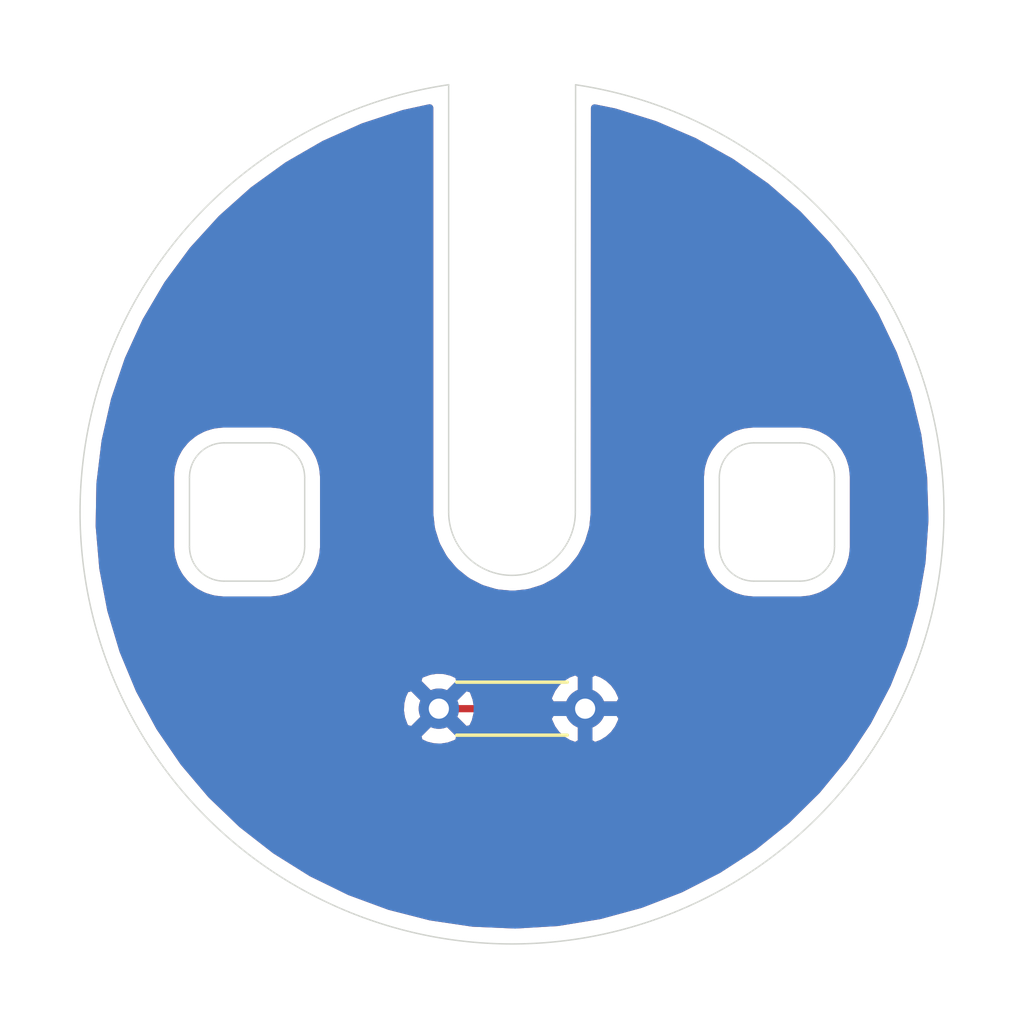
<source format=kicad_pcb>
(kicad_pcb (version 20171130) (host pcbnew "(5.1.9)-1")

  (general
    (thickness 1.6)
    (drawings 20)
    (tracks 1)
    (zones 0)
    (modules 1)
    (nets 2)
  )

  (page A4)
  (layers
    (0 F.Cu signal)
    (31 B.Cu signal)
    (32 B.Adhes user)
    (33 F.Adhes user)
    (34 B.Paste user)
    (35 F.Paste user)
    (36 B.SilkS user)
    (37 F.SilkS user)
    (38 B.Mask user)
    (39 F.Mask user)
    (40 Dwgs.User user)
    (41 Cmts.User user)
    (42 Eco1.User user)
    (43 Eco2.User user)
    (44 Edge.Cuts user)
    (45 Margin user)
    (46 B.CrtYd user)
    (47 F.CrtYd user)
    (48 B.Fab user)
    (49 F.Fab user)
  )

  (setup
    (last_trace_width 0.25)
    (trace_clearance 0.2)
    (zone_clearance 0.508)
    (zone_45_only no)
    (trace_min 0.2)
    (via_size 0.8)
    (via_drill 0.4)
    (via_min_size 0.4)
    (via_min_drill 0.3)
    (uvia_size 0.3)
    (uvia_drill 0.1)
    (uvias_allowed no)
    (uvia_min_size 0.2)
    (uvia_min_drill 0.1)
    (edge_width 0.05)
    (segment_width 0.2)
    (pcb_text_width 0.3)
    (pcb_text_size 1.5 1.5)
    (mod_edge_width 0.12)
    (mod_text_size 1 1)
    (mod_text_width 0.15)
    (pad_size 1.524 1.524)
    (pad_drill 0.762)
    (pad_to_mask_clearance 0)
    (aux_axis_origin 0 0)
    (visible_elements 7FFFFFFF)
    (pcbplotparams
      (layerselection 0x010fc_ffffffff)
      (usegerberextensions false)
      (usegerberattributes true)
      (usegerberadvancedattributes true)
      (creategerberjobfile true)
      (excludeedgelayer true)
      (linewidth 0.100000)
      (plotframeref false)
      (viasonmask false)
      (mode 1)
      (useauxorigin false)
      (hpglpennumber 1)
      (hpglpenspeed 20)
      (hpglpendiameter 15.000000)
      (psnegative false)
      (psa4output false)
      (plotreference true)
      (plotvalue true)
      (plotinvisibletext false)
      (padsonsilk false)
      (subtractmaskfromsilk false)
      (outputformat 1)
      (mirror false)
      (drillshape 1)
      (scaleselection 1)
      (outputdirectory ""))
  )

  (net 0 "")
  (net 1 GND)

  (net_class Default "This is the default net class."
    (clearance 0.2)
    (trace_width 0.25)
    (via_dia 0.8)
    (via_drill 0.4)
    (uvia_dia 0.3)
    (uvia_drill 0.1)
    (add_net GND)
  )

  (module Resistor_THT:R_Axial_DIN0204_L3.6mm_D1.6mm_P5.08mm_Horizontal (layer F.Cu) (tedit 5AE5139B) (tstamp 62EFE8F6)
    (at -2.54 6.83)
    (descr "Resistor, Axial_DIN0204 series, Axial, Horizontal, pin pitch=5.08mm, 0.167W, length*diameter=3.6*1.6mm^2, http://cdn-reichelt.de/documents/datenblatt/B400/1_4W%23YAG.pdf")
    (tags "Resistor Axial_DIN0204 series Axial Horizontal pin pitch 5.08mm 0.167W length 3.6mm diameter 1.6mm")
    (path /62EF8CCF)
    (fp_text reference R0 (at 2.54 -1.92) (layer F.SilkS) hide
      (effects (font (size 1 1) (thickness 0.15)))
    )
    (fp_text value " " (at 2.54 1.92) (layer F.Fab)
      (effects (font (size 1 1) (thickness 0.15)))
    )
    (fp_line (start 6.03 -1.05) (end -0.95 -1.05) (layer F.CrtYd) (width 0.05))
    (fp_line (start 6.03 1.05) (end 6.03 -1.05) (layer F.CrtYd) (width 0.05))
    (fp_line (start -0.95 1.05) (end 6.03 1.05) (layer F.CrtYd) (width 0.05))
    (fp_line (start -0.95 -1.05) (end -0.95 1.05) (layer F.CrtYd) (width 0.05))
    (fp_line (start 0.62 0.92) (end 4.46 0.92) (layer F.SilkS) (width 0.12))
    (fp_line (start 0.62 -0.92) (end 4.46 -0.92) (layer F.SilkS) (width 0.12))
    (fp_line (start 5.08 0) (end 4.34 0) (layer F.Fab) (width 0.1))
    (fp_line (start 0 0) (end 0.74 0) (layer F.Fab) (width 0.1))
    (fp_line (start 4.34 -0.8) (end 0.74 -0.8) (layer F.Fab) (width 0.1))
    (fp_line (start 4.34 0.8) (end 4.34 -0.8) (layer F.Fab) (width 0.1))
    (fp_line (start 0.74 0.8) (end 4.34 0.8) (layer F.Fab) (width 0.1))
    (fp_line (start 0.74 -0.8) (end 0.74 0.8) (layer F.Fab) (width 0.1))
    (fp_text user %R (at 2.54 0) (layer F.Fab)
      (effects (font (size 0.72 0.72) (thickness 0.108)))
    )
    (pad 1 thru_hole circle (at 0 0) (size 1.4 1.4) (drill 0.7) (layers *.Cu *.Mask)
      (net 1 GND))
    (pad 2 thru_hole oval (at 5.08 0) (size 1.4 1.4) (drill 0.7) (layers *.Cu *.Mask)
      (net 1 GND))
    (model ${KISYS3DMOD}/Resistor_THT.3dshapes/R_Axial_DIN0204_L3.6mm_D1.6mm_P5.08mm_Horizontal.wrl
      (at (xyz 0 0 0))
      (scale (xyz 1 1 1))
      (rotate (xyz 0 0 0))
    )
  )

  (gr_arc (start 8.4 1.2) (end 8.4 2.4) (angle 90) (layer Edge.Cuts) (width 0.05))
  (gr_line (start 10 2.4) (end 8.4 2.4) (layer Edge.Cuts) (width 0.05))
  (gr_arc (start 10 1.2) (end 11.2 1.2) (angle 90) (layer Edge.Cuts) (width 0.05))
  (gr_line (start 11.2 -1.2) (end 11.2 1.2) (layer Edge.Cuts) (width 0.05))
  (gr_arc (start 10 -1.2) (end 10 -2.4) (angle 90) (layer Edge.Cuts) (width 0.05))
  (gr_line (start 8.4 -2.4) (end 10 -2.4) (layer Edge.Cuts) (width 0.05))
  (gr_arc (start 8.4 -1.2) (end 7.2 -1.2) (angle 90) (layer Edge.Cuts) (width 0.05))
  (gr_line (start 7.2 1.2) (end 7.2 -1.2) (layer Edge.Cuts) (width 0.05))
  (gr_arc (start -10 1.2) (end -10 2.4) (angle 90) (layer Edge.Cuts) (width 0.05))
  (gr_line (start -8.4 2.4) (end -10 2.4) (layer Edge.Cuts) (width 0.05))
  (gr_arc (start -8.4 1.2) (end -7.2 1.2) (angle 90) (layer Edge.Cuts) (width 0.05))
  (gr_arc (start -8.4 -1.2) (end -8.4 -2.4) (angle 90) (layer Edge.Cuts) (width 0.05))
  (gr_line (start -10 -2.4) (end -8.4 -2.4) (layer Edge.Cuts) (width 0.05))
  (gr_arc (start -10 -1.2) (end -11.2 -1.2) (angle 90) (layer Edge.Cuts) (width 0.05))
  (gr_line (start -7.2 1.2) (end -7.2 -1.2) (layer Edge.Cuts) (width 0.05))
  (gr_line (start -11.2 1.2) (end -11.2 -1.2) (layer Edge.Cuts) (width 0.05))
  (gr_arc (start 0 0) (end -2.2 -14.8378) (angle -343.1) (layer Edge.Cuts) (width 0.05))
  (gr_line (start 2.2 0) (end 2.20839 -14.83655) (layer Edge.Cuts) (width 0.05))
  (gr_line (start -2.2 0) (end -2.2 -14.8378) (layer Edge.Cuts) (width 0.05))
  (gr_arc (start 0 0) (end -2.2 0) (angle -180) (layer Edge.Cuts) (width 0.05))

  (segment (start -2.54 6.83) (end 2.54 6.83) (width 0.25) (layer F.Cu) (net 1))

  (zone (net 1) (net_name GND) (layer F.Cu) (tstamp 0) (hatch edge 0.508)
    (connect_pads (clearance 0.508))
    (min_thickness 0.254)
    (fill yes (arc_segments 32) (thermal_gap 0.508) (thermal_bridge_width 0.508))
    (polygon
      (pts
        (xy 17.78 17.78) (xy -17.78 17.78) (xy -17.78 -17.78) (xy 17.78 -17.78)
      )
    )
    (filled_polygon
      (pts
        (xy -2.86 0.032418) (xy -2.859774 0.03471) (xy -2.85977 0.035315) (xy -2.858889 0.043694) (xy -2.856636 0.066574)
        (xy -2.856636 0.095122) (xy -2.855673 0.104287) (xy -2.807812 0.530976) (xy -2.795378 0.589473) (xy -2.783756 0.648167)
        (xy -2.781031 0.65697) (xy -2.651204 1.066236) (xy -2.627653 1.121183) (xy -2.604844 1.176524) (xy -2.600462 1.184625)
        (xy -2.60046 1.18463) (xy -2.600457 1.184634) (xy -2.393612 1.560885) (xy -2.359813 1.610248) (xy -2.326713 1.660067)
        (xy -2.320839 1.667167) (xy -2.044848 1.99608) (xy -2.002101 2.037941) (xy -1.959959 2.080379) (xy -1.952823 2.086198)
        (xy -1.952817 2.086204) (xy -1.95281 2.086208) (xy -1.618197 2.355244) (xy -1.568152 2.387992) (xy -1.518551 2.421449)
        (xy -1.510415 2.425775) (xy -1.129911 2.624698) (xy -1.074451 2.647105) (xy -1.019303 2.670288) (xy -1.010481 2.672951)
        (xy -0.598585 2.794179) (xy -0.539837 2.805385) (xy -0.481227 2.817417) (xy -0.472056 2.818316) (xy -0.044458 2.85723)
        (xy 0.015359 2.856812) (xy 0.075175 2.85723) (xy 0.084347 2.856331) (xy 0.511359 2.811451) (xy 0.569995 2.799415)
        (xy 0.628717 2.788213) (xy 0.637539 2.78555) (xy 1.047702 2.658583) (xy 1.102842 2.635404) (xy 1.158309 2.612994)
        (xy 1.166446 2.608667) (xy 1.544136 2.404451) (xy 1.59372 2.371006) (xy 1.643783 2.338246) (xy 1.650924 2.332422)
        (xy 1.981756 2.058734) (xy 2.023913 2.016282) (xy 2.066646 1.974435) (xy 2.07252 1.967334) (xy 2.343891 1.6346)
        (xy 2.376995 1.584773) (xy 2.41079 1.535418) (xy 2.415173 1.527312) (xy 2.57197 1.232418) (xy 6.54 1.232418)
        (xy 6.542797 1.260813) (xy 6.542745 1.268197) (xy 6.543645 1.277368) (xy 6.568126 1.510284) (xy 6.580146 1.568841)
        (xy 6.591362 1.627638) (xy 6.594026 1.63646) (xy 6.66328 1.860186) (xy 6.68646 1.915329) (xy 6.70887 1.970796)
        (xy 6.713197 1.978933) (xy 6.824588 2.184944) (xy 6.85801 2.234493) (xy 6.890791 2.284589) (xy 6.896616 2.29173)
        (xy 7.045899 2.472184) (xy 7.088355 2.514345) (xy 7.1302 2.557075) (xy 7.1373 2.562949) (xy 7.318791 2.710969)
        (xy 7.368595 2.744058) (xy 7.417973 2.777868) (xy 7.426079 2.78225) (xy 7.632865 2.892201) (xy 7.688166 2.914994)
        (xy 7.743151 2.938561) (xy 7.751955 2.941286) (xy 7.976158 3.008977) (xy 8.034846 3.020597) (xy 8.093349 3.033033)
        (xy 8.102514 3.033996) (xy 8.335595 3.05685) (xy 8.335598 3.05685) (xy 8.367581 3.06) (xy 10.032419 3.06)
        (xy 10.060814 3.057203) (xy 10.068197 3.057255) (xy 10.077368 3.056355) (xy 10.310284 3.031874) (xy 10.368841 3.019854)
        (xy 10.427638 3.008638) (xy 10.43646 3.005974) (xy 10.660186 2.93672) (xy 10.715329 2.91354) (xy 10.770796 2.89113)
        (xy 10.778933 2.886803) (xy 10.984944 2.775412) (xy 11.034493 2.74199) (xy 11.084589 2.709209) (xy 11.09173 2.703384)
        (xy 11.272184 2.554101) (xy 11.314345 2.511645) (xy 11.357075 2.4698) (xy 11.362949 2.4627) (xy 11.510969 2.281209)
        (xy 11.544058 2.231405) (xy 11.577868 2.182027) (xy 11.58225 2.173921) (xy 11.692201 1.967135) (xy 11.714994 1.911834)
        (xy 11.738561 1.856849) (xy 11.741286 1.848045) (xy 11.808977 1.623842) (xy 11.820597 1.565154) (xy 11.833033 1.506651)
        (xy 11.833996 1.497486) (xy 11.85685 1.264405) (xy 11.85685 1.264402) (xy 11.86 1.232419) (xy 11.86 -1.232419)
        (xy 11.857203 -1.260814) (xy 11.857255 -1.268197) (xy 11.856355 -1.277368) (xy 11.831874 -1.510284) (xy 11.819854 -1.568841)
        (xy 11.808638 -1.627638) (xy 11.805974 -1.63646) (xy 11.73672 -1.860185) (xy 11.713551 -1.915302) (xy 11.69113 -1.970797)
        (xy 11.686803 -1.978933) (xy 11.575412 -2.184945) (xy 11.541978 -2.234511) (xy 11.509209 -2.284589) (xy 11.503384 -2.29173)
        (xy 11.3541 -2.472184) (xy 11.311666 -2.514323) (xy 11.2698 -2.557076) (xy 11.262705 -2.562944) (xy 11.262701 -2.562948)
        (xy 11.262697 -2.562951) (xy 11.081209 -2.710969) (xy 11.0314 -2.744061) (xy 10.982028 -2.777868) (xy 10.973924 -2.782249)
        (xy 10.973916 -2.782253) (xy 10.767135 -2.8922) (xy 10.711867 -2.91498) (xy 10.656849 -2.938561) (xy 10.648046 -2.941286)
        (xy 10.423842 -3.008977) (xy 10.365148 -3.020599) (xy 10.306651 -3.033033) (xy 10.297487 -3.033996) (xy 10.064405 -3.05685)
        (xy 10.064402 -3.05685) (xy 10.032419 -3.06) (xy 8.367581 -3.06) (xy 8.339186 -3.057203) (xy 8.331803 -3.057255)
        (xy 8.322632 -3.056355) (xy 8.089716 -3.031874) (xy 8.031159 -3.019854) (xy 7.972362 -3.008638) (xy 7.96354 -3.005974)
        (xy 7.739815 -2.93672) (xy 7.684698 -2.913551) (xy 7.629203 -2.89113) (xy 7.621067 -2.886803) (xy 7.415055 -2.775412)
        (xy 7.365489 -2.741978) (xy 7.315411 -2.709209) (xy 7.30827 -2.703384) (xy 7.127816 -2.5541) (xy 7.085677 -2.511666)
        (xy 7.042924 -2.4698) (xy 7.037056 -2.462705) (xy 7.037052 -2.462701) (xy 7.037051 -2.462699) (xy 6.889031 -2.281209)
        (xy 6.855939 -2.2314) (xy 6.822132 -2.182028) (xy 6.817751 -2.173924) (xy 6.817751 -2.173922) (xy 6.81775 -2.173921)
        (xy 6.7078 -1.967135) (xy 6.68502 -1.911867) (xy 6.661439 -1.856849) (xy 6.658714 -1.848046) (xy 6.591023 -1.623842)
        (xy 6.579401 -1.565148) (xy 6.566967 -1.506651) (xy 6.566004 -1.497487) (xy 6.54315 -1.264405) (xy 6.54315 -1.264392)
        (xy 6.540001 -1.232419) (xy 6.54 1.232418) (xy 2.57197 1.232418) (xy 2.616747 1.148206) (xy 2.639546 1.092891)
        (xy 2.663107 1.037919) (xy 2.665832 1.029116) (xy 2.789932 0.618077) (xy 2.801554 0.559383) (xy 2.813988 0.500886)
        (xy 2.814951 0.491721) (xy 2.85685 0.064405) (xy 2.85685 0.064398) (xy 2.859981 0.032792) (xy 2.867934 -14.03005)
        (xy 3.5578 -13.890746) (xy 4.966826 -13.451446) (xy 6.323219 -12.869642) (xy 7.612635 -12.151483) (xy 8.821383 -11.3046)
        (xy 9.936685 -10.337942) (xy 10.946709 -9.261766) (xy 11.840766 -8.087459) (xy 12.609376 -6.827473) (xy 13.244393 -5.495162)
        (xy 13.739097 -4.104629) (xy 14.088244 -2.670607) (xy 14.288135 -1.208292) (xy 14.336652 0.266817) (xy 14.233281 1.739103)
        (xy 13.979117 3.192966) (xy 13.576855 4.613) (xy 13.030752 5.984168) (xy 12.346596 7.291938) (xy 11.531639 8.522444)
        (xy 10.594513 9.662664) (xy 9.54514 10.700518) (xy 8.394647 11.625001) (xy 7.155213 12.426331) (xy 5.83998 13.096007)
        (xy 4.462867 13.626943) (xy 3.038481 14.013508) (xy 1.581898 14.25161) (xy 0.10857 14.338723) (xy -1.365932 14.273927)
        (xy -2.825939 14.057911) (xy -4.256021 13.692956) (xy -5.641014 13.182934) (xy -6.966236 12.533249) (xy -8.217656 11.750782)
        (xy -9.382019 10.843823) (xy -10.446987 9.821977) (xy -11.401277 8.696071) (xy -12.047804 7.751269) (xy -3.281664 7.751269)
        (xy -3.222203 7.985037) (xy -2.983758 8.095934) (xy -2.72826 8.158183) (xy -2.465527 8.16939) (xy -2.205656 8.129125)
        (xy -1.958634 8.038935) (xy -1.857797 7.985037) (xy -1.798336 7.751269) (xy -2.54 7.009605) (xy -3.281664 7.751269)
        (xy -12.047804 7.751269) (xy -12.234769 7.478048) (xy -12.545984 6.904473) (xy -3.87939 6.904473) (xy -3.839125 7.164344)
        (xy -3.748935 7.411366) (xy -3.695037 7.512203) (xy -3.461269 7.571664) (xy -2.719605 6.83) (xy -2.360395 6.83)
        (xy -1.618731 7.571664) (xy -1.384963 7.512203) (xy -1.274066 7.273758) (xy -1.247162 7.163329) (xy 1.247284 7.163329)
        (xy 1.279953 7.271044) (xy 1.390208 7.508392) (xy 1.544649 7.71967) (xy 1.73734 7.896759) (xy 1.960877 8.032853)
        (xy 2.20667 8.122722) (xy 2.413 8.000201) (xy 2.413 6.957) (xy 2.667 6.957) (xy 2.667 8.000201)
        (xy 2.87333 8.122722) (xy 3.119123 8.032853) (xy 3.34266 7.896759) (xy 3.535351 7.71967) (xy 3.689792 7.508392)
        (xy 3.800047 7.271044) (xy 3.832716 7.163329) (xy 3.709374 6.957) (xy 2.667 6.957) (xy 2.413 6.957)
        (xy 1.370626 6.957) (xy 1.247284 7.163329) (xy -1.247162 7.163329) (xy -1.211817 7.01826) (xy -1.20061 6.755527)
        (xy -1.240717 6.496671) (xy 1.247284 6.496671) (xy 1.370626 6.703) (xy 2.413 6.703) (xy 2.413 5.659799)
        (xy 2.667 5.659799) (xy 2.667 6.703) (xy 3.709374 6.703) (xy 3.832716 6.496671) (xy 3.800047 6.388956)
        (xy 3.689792 6.151608) (xy 3.535351 5.94033) (xy 3.34266 5.763241) (xy 3.119123 5.627147) (xy 2.87333 5.537278)
        (xy 2.667 5.659799) (xy 2.413 5.659799) (xy 2.20667 5.537278) (xy 1.960877 5.627147) (xy 1.73734 5.763241)
        (xy 1.544649 5.94033) (xy 1.390208 6.151608) (xy 1.279953 6.388956) (xy 1.247284 6.496671) (xy -1.240717 6.496671)
        (xy -1.240875 6.495656) (xy -1.331065 6.248634) (xy -1.384963 6.147797) (xy -1.618731 6.088336) (xy -2.360395 6.83)
        (xy -2.719605 6.83) (xy -3.461269 6.088336) (xy -3.695037 6.147797) (xy -3.805934 6.386242) (xy -3.868183 6.64174)
        (xy -3.87939 6.904473) (xy -12.545984 6.904473) (xy -12.938649 6.180786) (xy -13.051804 5.908731) (xy -3.281664 5.908731)
        (xy -2.54 6.650395) (xy -1.798336 5.908731) (xy -1.857797 5.674963) (xy -2.096242 5.564066) (xy -2.35174 5.501817)
        (xy -2.614473 5.49061) (xy -2.874344 5.530875) (xy -3.121366 5.621065) (xy -3.222203 5.674963) (xy -3.281664 5.908731)
        (xy -13.051804 5.908731) (xy -13.505449 4.818051) (xy -13.929165 3.40428) (xy -14.205316 1.954422) (xy -14.267007 1.232418)
        (xy -11.86 1.232418) (xy -11.857203 1.260813) (xy -11.857255 1.268197) (xy -11.856355 1.277368) (xy -11.831874 1.510284)
        (xy -11.819854 1.568841) (xy -11.808638 1.627638) (xy -11.805974 1.63646) (xy -11.73672 1.860186) (xy -11.71354 1.915329)
        (xy -11.69113 1.970796) (xy -11.686803 1.978933) (xy -11.575412 2.184944) (xy -11.54199 2.234493) (xy -11.509209 2.284589)
        (xy -11.503384 2.29173) (xy -11.354101 2.472184) (xy -11.311645 2.514345) (xy -11.2698 2.557075) (xy -11.2627 2.562949)
        (xy -11.081209 2.710969) (xy -11.031405 2.744058) (xy -10.982027 2.777868) (xy -10.973921 2.78225) (xy -10.767135 2.892201)
        (xy -10.711834 2.914994) (xy -10.656849 2.938561) (xy -10.648045 2.941286) (xy -10.423842 3.008977) (xy -10.365154 3.020597)
        (xy -10.306651 3.033033) (xy -10.297486 3.033996) (xy -10.064405 3.05685) (xy -10.064402 3.05685) (xy -10.032419 3.06)
        (xy -8.367581 3.06) (xy -8.339186 3.057203) (xy -8.331803 3.057255) (xy -8.322632 3.056355) (xy -8.089716 3.031874)
        (xy -8.031159 3.019854) (xy -7.972362 3.008638) (xy -7.96354 3.005974) (xy -7.739814 2.93672) (xy -7.684671 2.91354)
        (xy -7.629204 2.89113) (xy -7.621067 2.886803) (xy -7.415056 2.775412) (xy -7.365507 2.74199) (xy -7.315411 2.709209)
        (xy -7.30827 2.703384) (xy -7.127816 2.554101) (xy -7.085655 2.511645) (xy -7.042925 2.4698) (xy -7.037051 2.4627)
        (xy -6.889031 2.281209) (xy -6.855942 2.231405) (xy -6.822132 2.182027) (xy -6.81775 2.173921) (xy -6.707799 1.967135)
        (xy -6.685006 1.911834) (xy -6.661439 1.856849) (xy -6.658714 1.848045) (xy -6.591023 1.623842) (xy -6.579403 1.565154)
        (xy -6.566967 1.506651) (xy -6.566004 1.497486) (xy -6.54315 1.264405) (xy -6.54315 1.264402) (xy -6.54 1.232419)
        (xy -6.54 -1.232419) (xy -6.542797 -1.260814) (xy -6.542745 -1.268197) (xy -6.543645 -1.277368) (xy -6.568126 -1.510284)
        (xy -6.580146 -1.568841) (xy -6.591362 -1.627638) (xy -6.594026 -1.63646) (xy -6.66328 -1.860185) (xy -6.686449 -1.915302)
        (xy -6.70887 -1.970797) (xy -6.713197 -1.978933) (xy -6.824588 -2.184945) (xy -6.858022 -2.234511) (xy -6.890791 -2.284589)
        (xy -6.896616 -2.29173) (xy -7.0459 -2.472184) (xy -7.088334 -2.514323) (xy -7.1302 -2.557076) (xy -7.137295 -2.562944)
        (xy -7.137299 -2.562948) (xy -7.137303 -2.562951) (xy -7.318791 -2.710969) (xy -7.3686 -2.744061) (xy -7.417972 -2.777868)
        (xy -7.426076 -2.782249) (xy -7.426084 -2.782253) (xy -7.632865 -2.8922) (xy -7.688133 -2.91498) (xy -7.743151 -2.938561)
        (xy -7.751954 -2.941286) (xy -7.976158 -3.008977) (xy -8.034852 -3.020599) (xy -8.093349 -3.033033) (xy -8.102513 -3.033996)
        (xy -8.335595 -3.05685) (xy -8.335598 -3.05685) (xy -8.367581 -3.06) (xy -10.032419 -3.06) (xy -10.060814 -3.057203)
        (xy -10.068197 -3.057255) (xy -10.077368 -3.056355) (xy -10.310284 -3.031874) (xy -10.368841 -3.019854) (xy -10.427638 -3.008638)
        (xy -10.43646 -3.005974) (xy -10.660185 -2.93672) (xy -10.715302 -2.913551) (xy -10.770797 -2.89113) (xy -10.778933 -2.886803)
        (xy -10.984945 -2.775412) (xy -11.034511 -2.741978) (xy -11.084589 -2.709209) (xy -11.09173 -2.703384) (xy -11.272184 -2.5541)
        (xy -11.314323 -2.511666) (xy -11.357076 -2.4698) (xy -11.362944 -2.462705) (xy -11.362948 -2.462701) (xy -11.362949 -2.462699)
        (xy -11.510969 -2.281209) (xy -11.544061 -2.2314) (xy -11.577868 -2.182028) (xy -11.582249 -2.173924) (xy -11.582249 -2.173922)
        (xy -11.58225 -2.173921) (xy -11.6922 -1.967135) (xy -11.71498 -1.911867) (xy -11.738561 -1.856849) (xy -11.741286 -1.848046)
        (xy -11.808977 -1.623842) (xy -11.820599 -1.565148) (xy -11.833033 -1.506651) (xy -11.833996 -1.497487) (xy -11.85685 -1.264405)
        (xy -11.85685 -1.264392) (xy -11.859999 -1.232419) (xy -11.86 1.232418) (xy -14.267007 1.232418) (xy -14.330968 0.483866)
        (xy -14.304792 -0.991811) (xy -14.127067 -2.456979) (xy -13.799675 -3.89612) (xy -13.326082 -5.293989) (xy -12.711308 -6.63577)
        (xy -11.961862 -7.90725) (xy -11.085704 -9.09494) (xy -10.092078 -10.1863) (xy -8.99155 -11.169728) (xy -7.795752 -12.034825)
        (xy -6.517367 -12.772419) (xy -5.169932 -13.374698) (xy -3.767727 -13.83528) (xy -2.859999 -14.032928)
      )
    )
  )
  (zone (net 1) (net_name GND) (layer B.Cu) (tstamp 0) (hatch edge 0.508)
    (connect_pads (clearance 0.508))
    (min_thickness 0.254)
    (fill yes (arc_segments 32) (thermal_gap 0.508) (thermal_bridge_width 0.508))
    (polygon
      (pts
        (xy 17.78 17.78) (xy -17.78 17.78) (xy -17.78 -17.78) (xy 17.78 -17.78)
      )
    )
    (filled_polygon
      (pts
        (xy -2.86 0.032418) (xy -2.859774 0.03471) (xy -2.85977 0.035315) (xy -2.858889 0.043694) (xy -2.856636 0.066574)
        (xy -2.856636 0.095122) (xy -2.855673 0.104287) (xy -2.807812 0.530976) (xy -2.795378 0.589473) (xy -2.783756 0.648167)
        (xy -2.781031 0.65697) (xy -2.651204 1.066236) (xy -2.627653 1.121183) (xy -2.604844 1.176524) (xy -2.600462 1.184625)
        (xy -2.60046 1.18463) (xy -2.600457 1.184634) (xy -2.393612 1.560885) (xy -2.359813 1.610248) (xy -2.326713 1.660067)
        (xy -2.320839 1.667167) (xy -2.044848 1.99608) (xy -2.002101 2.037941) (xy -1.959959 2.080379) (xy -1.952823 2.086198)
        (xy -1.952817 2.086204) (xy -1.95281 2.086208) (xy -1.618197 2.355244) (xy -1.568152 2.387992) (xy -1.518551 2.421449)
        (xy -1.510415 2.425775) (xy -1.129911 2.624698) (xy -1.074451 2.647105) (xy -1.019303 2.670288) (xy -1.010481 2.672951)
        (xy -0.598585 2.794179) (xy -0.539837 2.805385) (xy -0.481227 2.817417) (xy -0.472056 2.818316) (xy -0.044458 2.85723)
        (xy 0.015359 2.856812) (xy 0.075175 2.85723) (xy 0.084347 2.856331) (xy 0.511359 2.811451) (xy 0.569995 2.799415)
        (xy 0.628717 2.788213) (xy 0.637539 2.78555) (xy 1.047702 2.658583) (xy 1.102842 2.635404) (xy 1.158309 2.612994)
        (xy 1.166446 2.608667) (xy 1.544136 2.404451) (xy 1.59372 2.371006) (xy 1.643783 2.338246) (xy 1.650924 2.332422)
        (xy 1.981756 2.058734) (xy 2.023913 2.016282) (xy 2.066646 1.974435) (xy 2.07252 1.967334) (xy 2.343891 1.6346)
        (xy 2.376995 1.584773) (xy 2.41079 1.535418) (xy 2.415173 1.527312) (xy 2.57197 1.232418) (xy 6.54 1.232418)
        (xy 6.542797 1.260813) (xy 6.542745 1.268197) (xy 6.543645 1.277368) (xy 6.568126 1.510284) (xy 6.580146 1.568841)
        (xy 6.591362 1.627638) (xy 6.594026 1.63646) (xy 6.66328 1.860186) (xy 6.68646 1.915329) (xy 6.70887 1.970796)
        (xy 6.713197 1.978933) (xy 6.824588 2.184944) (xy 6.85801 2.234493) (xy 6.890791 2.284589) (xy 6.896616 2.29173)
        (xy 7.045899 2.472184) (xy 7.088355 2.514345) (xy 7.1302 2.557075) (xy 7.1373 2.562949) (xy 7.318791 2.710969)
        (xy 7.368595 2.744058) (xy 7.417973 2.777868) (xy 7.426079 2.78225) (xy 7.632865 2.892201) (xy 7.688166 2.914994)
        (xy 7.743151 2.938561) (xy 7.751955 2.941286) (xy 7.976158 3.008977) (xy 8.034846 3.020597) (xy 8.093349 3.033033)
        (xy 8.102514 3.033996) (xy 8.335595 3.05685) (xy 8.335598 3.05685) (xy 8.367581 3.06) (xy 10.032419 3.06)
        (xy 10.060814 3.057203) (xy 10.068197 3.057255) (xy 10.077368 3.056355) (xy 10.310284 3.031874) (xy 10.368841 3.019854)
        (xy 10.427638 3.008638) (xy 10.43646 3.005974) (xy 10.660186 2.93672) (xy 10.715329 2.91354) (xy 10.770796 2.89113)
        (xy 10.778933 2.886803) (xy 10.984944 2.775412) (xy 11.034493 2.74199) (xy 11.084589 2.709209) (xy 11.09173 2.703384)
        (xy 11.272184 2.554101) (xy 11.314345 2.511645) (xy 11.357075 2.4698) (xy 11.362949 2.4627) (xy 11.510969 2.281209)
        (xy 11.544058 2.231405) (xy 11.577868 2.182027) (xy 11.58225 2.173921) (xy 11.692201 1.967135) (xy 11.714994 1.911834)
        (xy 11.738561 1.856849) (xy 11.741286 1.848045) (xy 11.808977 1.623842) (xy 11.820597 1.565154) (xy 11.833033 1.506651)
        (xy 11.833996 1.497486) (xy 11.85685 1.264405) (xy 11.85685 1.264402) (xy 11.86 1.232419) (xy 11.86 -1.232419)
        (xy 11.857203 -1.260814) (xy 11.857255 -1.268197) (xy 11.856355 -1.277368) (xy 11.831874 -1.510284) (xy 11.819854 -1.568841)
        (xy 11.808638 -1.627638) (xy 11.805974 -1.63646) (xy 11.73672 -1.860185) (xy 11.713551 -1.915302) (xy 11.69113 -1.970797)
        (xy 11.686803 -1.978933) (xy 11.575412 -2.184945) (xy 11.541978 -2.234511) (xy 11.509209 -2.284589) (xy 11.503384 -2.29173)
        (xy 11.3541 -2.472184) (xy 11.311666 -2.514323) (xy 11.2698 -2.557076) (xy 11.262705 -2.562944) (xy 11.262701 -2.562948)
        (xy 11.262697 -2.562951) (xy 11.081209 -2.710969) (xy 11.0314 -2.744061) (xy 10.982028 -2.777868) (xy 10.973924 -2.782249)
        (xy 10.973916 -2.782253) (xy 10.767135 -2.8922) (xy 10.711867 -2.91498) (xy 10.656849 -2.938561) (xy 10.648046 -2.941286)
        (xy 10.423842 -3.008977) (xy 10.365148 -3.020599) (xy 10.306651 -3.033033) (xy 10.297487 -3.033996) (xy 10.064405 -3.05685)
        (xy 10.064402 -3.05685) (xy 10.032419 -3.06) (xy 8.367581 -3.06) (xy 8.339186 -3.057203) (xy 8.331803 -3.057255)
        (xy 8.322632 -3.056355) (xy 8.089716 -3.031874) (xy 8.031159 -3.019854) (xy 7.972362 -3.008638) (xy 7.96354 -3.005974)
        (xy 7.739815 -2.93672) (xy 7.684698 -2.913551) (xy 7.629203 -2.89113) (xy 7.621067 -2.886803) (xy 7.415055 -2.775412)
        (xy 7.365489 -2.741978) (xy 7.315411 -2.709209) (xy 7.30827 -2.703384) (xy 7.127816 -2.5541) (xy 7.085677 -2.511666)
        (xy 7.042924 -2.4698) (xy 7.037056 -2.462705) (xy 7.037052 -2.462701) (xy 7.037051 -2.462699) (xy 6.889031 -2.281209)
        (xy 6.855939 -2.2314) (xy 6.822132 -2.182028) (xy 6.817751 -2.173924) (xy 6.817751 -2.173922) (xy 6.81775 -2.173921)
        (xy 6.7078 -1.967135) (xy 6.68502 -1.911867) (xy 6.661439 -1.856849) (xy 6.658714 -1.848046) (xy 6.591023 -1.623842)
        (xy 6.579401 -1.565148) (xy 6.566967 -1.506651) (xy 6.566004 -1.497487) (xy 6.54315 -1.264405) (xy 6.54315 -1.264392)
        (xy 6.540001 -1.232419) (xy 6.54 1.232418) (xy 2.57197 1.232418) (xy 2.616747 1.148206) (xy 2.639546 1.092891)
        (xy 2.663107 1.037919) (xy 2.665832 1.029116) (xy 2.789932 0.618077) (xy 2.801554 0.559383) (xy 2.813988 0.500886)
        (xy 2.814951 0.491721) (xy 2.85685 0.064405) (xy 2.85685 0.064398) (xy 2.859981 0.032792) (xy 2.867934 -14.03005)
        (xy 3.5578 -13.890746) (xy 4.966826 -13.451446) (xy 6.323219 -12.869642) (xy 7.612635 -12.151483) (xy 8.821383 -11.3046)
        (xy 9.936685 -10.337942) (xy 10.946709 -9.261766) (xy 11.840766 -8.087459) (xy 12.609376 -6.827473) (xy 13.244393 -5.495162)
        (xy 13.739097 -4.104629) (xy 14.088244 -2.670607) (xy 14.288135 -1.208292) (xy 14.336652 0.266817) (xy 14.233281 1.739103)
        (xy 13.979117 3.192966) (xy 13.576855 4.613) (xy 13.030752 5.984168) (xy 12.346596 7.291938) (xy 11.531639 8.522444)
        (xy 10.594513 9.662664) (xy 9.54514 10.700518) (xy 8.394647 11.625001) (xy 7.155213 12.426331) (xy 5.83998 13.096007)
        (xy 4.462867 13.626943) (xy 3.038481 14.013508) (xy 1.581898 14.25161) (xy 0.10857 14.338723) (xy -1.365932 14.273927)
        (xy -2.825939 14.057911) (xy -4.256021 13.692956) (xy -5.641014 13.182934) (xy -6.966236 12.533249) (xy -8.217656 11.750782)
        (xy -9.382019 10.843823) (xy -10.446987 9.821977) (xy -11.401277 8.696071) (xy -12.047804 7.751269) (xy -3.281664 7.751269)
        (xy -3.222203 7.985037) (xy -2.983758 8.095934) (xy -2.72826 8.158183) (xy -2.465527 8.16939) (xy -2.205656 8.129125)
        (xy -1.958634 8.038935) (xy -1.857797 7.985037) (xy -1.798336 7.751269) (xy -2.54 7.009605) (xy -3.281664 7.751269)
        (xy -12.047804 7.751269) (xy -12.234769 7.478048) (xy -12.545984 6.904473) (xy -3.87939 6.904473) (xy -3.839125 7.164344)
        (xy -3.748935 7.411366) (xy -3.695037 7.512203) (xy -3.461269 7.571664) (xy -2.719605 6.83) (xy -2.360395 6.83)
        (xy -1.618731 7.571664) (xy -1.384963 7.512203) (xy -1.274066 7.273758) (xy -1.247162 7.163329) (xy 1.247284 7.163329)
        (xy 1.279953 7.271044) (xy 1.390208 7.508392) (xy 1.544649 7.71967) (xy 1.73734 7.896759) (xy 1.960877 8.032853)
        (xy 2.20667 8.122722) (xy 2.413 8.000201) (xy 2.413 6.957) (xy 2.667 6.957) (xy 2.667 8.000201)
        (xy 2.87333 8.122722) (xy 3.119123 8.032853) (xy 3.34266 7.896759) (xy 3.535351 7.71967) (xy 3.689792 7.508392)
        (xy 3.800047 7.271044) (xy 3.832716 7.163329) (xy 3.709374 6.957) (xy 2.667 6.957) (xy 2.413 6.957)
        (xy 1.370626 6.957) (xy 1.247284 7.163329) (xy -1.247162 7.163329) (xy -1.211817 7.01826) (xy -1.20061 6.755527)
        (xy -1.240717 6.496671) (xy 1.247284 6.496671) (xy 1.370626 6.703) (xy 2.413 6.703) (xy 2.413 5.659799)
        (xy 2.667 5.659799) (xy 2.667 6.703) (xy 3.709374 6.703) (xy 3.832716 6.496671) (xy 3.800047 6.388956)
        (xy 3.689792 6.151608) (xy 3.535351 5.94033) (xy 3.34266 5.763241) (xy 3.119123 5.627147) (xy 2.87333 5.537278)
        (xy 2.667 5.659799) (xy 2.413 5.659799) (xy 2.20667 5.537278) (xy 1.960877 5.627147) (xy 1.73734 5.763241)
        (xy 1.544649 5.94033) (xy 1.390208 6.151608) (xy 1.279953 6.388956) (xy 1.247284 6.496671) (xy -1.240717 6.496671)
        (xy -1.240875 6.495656) (xy -1.331065 6.248634) (xy -1.384963 6.147797) (xy -1.618731 6.088336) (xy -2.360395 6.83)
        (xy -2.719605 6.83) (xy -3.461269 6.088336) (xy -3.695037 6.147797) (xy -3.805934 6.386242) (xy -3.868183 6.64174)
        (xy -3.87939 6.904473) (xy -12.545984 6.904473) (xy -12.938649 6.180786) (xy -13.051804 5.908731) (xy -3.281664 5.908731)
        (xy -2.54 6.650395) (xy -1.798336 5.908731) (xy -1.857797 5.674963) (xy -2.096242 5.564066) (xy -2.35174 5.501817)
        (xy -2.614473 5.49061) (xy -2.874344 5.530875) (xy -3.121366 5.621065) (xy -3.222203 5.674963) (xy -3.281664 5.908731)
        (xy -13.051804 5.908731) (xy -13.505449 4.818051) (xy -13.929165 3.40428) (xy -14.205316 1.954422) (xy -14.267007 1.232418)
        (xy -11.86 1.232418) (xy -11.857203 1.260813) (xy -11.857255 1.268197) (xy -11.856355 1.277368) (xy -11.831874 1.510284)
        (xy -11.819854 1.568841) (xy -11.808638 1.627638) (xy -11.805974 1.63646) (xy -11.73672 1.860186) (xy -11.71354 1.915329)
        (xy -11.69113 1.970796) (xy -11.686803 1.978933) (xy -11.575412 2.184944) (xy -11.54199 2.234493) (xy -11.509209 2.284589)
        (xy -11.503384 2.29173) (xy -11.354101 2.472184) (xy -11.311645 2.514345) (xy -11.2698 2.557075) (xy -11.2627 2.562949)
        (xy -11.081209 2.710969) (xy -11.031405 2.744058) (xy -10.982027 2.777868) (xy -10.973921 2.78225) (xy -10.767135 2.892201)
        (xy -10.711834 2.914994) (xy -10.656849 2.938561) (xy -10.648045 2.941286) (xy -10.423842 3.008977) (xy -10.365154 3.020597)
        (xy -10.306651 3.033033) (xy -10.297486 3.033996) (xy -10.064405 3.05685) (xy -10.064402 3.05685) (xy -10.032419 3.06)
        (xy -8.367581 3.06) (xy -8.339186 3.057203) (xy -8.331803 3.057255) (xy -8.322632 3.056355) (xy -8.089716 3.031874)
        (xy -8.031159 3.019854) (xy -7.972362 3.008638) (xy -7.96354 3.005974) (xy -7.739814 2.93672) (xy -7.684671 2.91354)
        (xy -7.629204 2.89113) (xy -7.621067 2.886803) (xy -7.415056 2.775412) (xy -7.365507 2.74199) (xy -7.315411 2.709209)
        (xy -7.30827 2.703384) (xy -7.127816 2.554101) (xy -7.085655 2.511645) (xy -7.042925 2.4698) (xy -7.037051 2.4627)
        (xy -6.889031 2.281209) (xy -6.855942 2.231405) (xy -6.822132 2.182027) (xy -6.81775 2.173921) (xy -6.707799 1.967135)
        (xy -6.685006 1.911834) (xy -6.661439 1.856849) (xy -6.658714 1.848045) (xy -6.591023 1.623842) (xy -6.579403 1.565154)
        (xy -6.566967 1.506651) (xy -6.566004 1.497486) (xy -6.54315 1.264405) (xy -6.54315 1.264402) (xy -6.54 1.232419)
        (xy -6.54 -1.232419) (xy -6.542797 -1.260814) (xy -6.542745 -1.268197) (xy -6.543645 -1.277368) (xy -6.568126 -1.510284)
        (xy -6.580146 -1.568841) (xy -6.591362 -1.627638) (xy -6.594026 -1.63646) (xy -6.66328 -1.860185) (xy -6.686449 -1.915302)
        (xy -6.70887 -1.970797) (xy -6.713197 -1.978933) (xy -6.824588 -2.184945) (xy -6.858022 -2.234511) (xy -6.890791 -2.284589)
        (xy -6.896616 -2.29173) (xy -7.0459 -2.472184) (xy -7.088334 -2.514323) (xy -7.1302 -2.557076) (xy -7.137295 -2.562944)
        (xy -7.137299 -2.562948) (xy -7.137303 -2.562951) (xy -7.318791 -2.710969) (xy -7.3686 -2.744061) (xy -7.417972 -2.777868)
        (xy -7.426076 -2.782249) (xy -7.426084 -2.782253) (xy -7.632865 -2.8922) (xy -7.688133 -2.91498) (xy -7.743151 -2.938561)
        (xy -7.751954 -2.941286) (xy -7.976158 -3.008977) (xy -8.034852 -3.020599) (xy -8.093349 -3.033033) (xy -8.102513 -3.033996)
        (xy -8.335595 -3.05685) (xy -8.335598 -3.05685) (xy -8.367581 -3.06) (xy -10.032419 -3.06) (xy -10.060814 -3.057203)
        (xy -10.068197 -3.057255) (xy -10.077368 -3.056355) (xy -10.310284 -3.031874) (xy -10.368841 -3.019854) (xy -10.427638 -3.008638)
        (xy -10.43646 -3.005974) (xy -10.660185 -2.93672) (xy -10.715302 -2.913551) (xy -10.770797 -2.89113) (xy -10.778933 -2.886803)
        (xy -10.984945 -2.775412) (xy -11.034511 -2.741978) (xy -11.084589 -2.709209) (xy -11.09173 -2.703384) (xy -11.272184 -2.5541)
        (xy -11.314323 -2.511666) (xy -11.357076 -2.4698) (xy -11.362944 -2.462705) (xy -11.362948 -2.462701) (xy -11.362949 -2.462699)
        (xy -11.510969 -2.281209) (xy -11.544061 -2.2314) (xy -11.577868 -2.182028) (xy -11.582249 -2.173924) (xy -11.582249 -2.173922)
        (xy -11.58225 -2.173921) (xy -11.6922 -1.967135) (xy -11.71498 -1.911867) (xy -11.738561 -1.856849) (xy -11.741286 -1.848046)
        (xy -11.808977 -1.623842) (xy -11.820599 -1.565148) (xy -11.833033 -1.506651) (xy -11.833996 -1.497487) (xy -11.85685 -1.264405)
        (xy -11.85685 -1.264392) (xy -11.859999 -1.232419) (xy -11.86 1.232418) (xy -14.267007 1.232418) (xy -14.330968 0.483866)
        (xy -14.304792 -0.991811) (xy -14.127067 -2.456979) (xy -13.799675 -3.89612) (xy -13.326082 -5.293989) (xy -12.711308 -6.63577)
        (xy -11.961862 -7.90725) (xy -11.085704 -9.09494) (xy -10.092078 -10.1863) (xy -8.99155 -11.169728) (xy -7.795752 -12.034825)
        (xy -6.517367 -12.772419) (xy -5.169932 -13.374698) (xy -3.767727 -13.83528) (xy -2.859999 -14.032928)
      )
    )
  )
)

</source>
